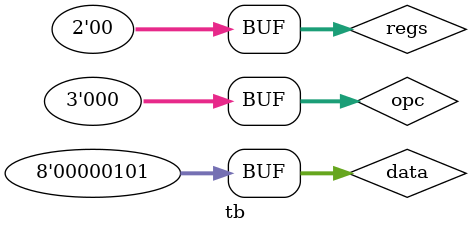
<source format=sv>

module tb;
   typedef enum bit [2:0] {
       ADDI, SUBI, ANDI, XORI, 
       JMP, JPMC, CALL } op_t;
   typedef enum bit [1:0] { 
       REG0, REG1, REG2, REG3} regs_t;

   op_t opc;
   regs_t regs;
   logic [7:0] data;

   initial begin
      // generate stimulus
      opc= ADDI;
      regs= REG0;
      data= 5;
      // drive into DUT

   end
endmodule

</source>
